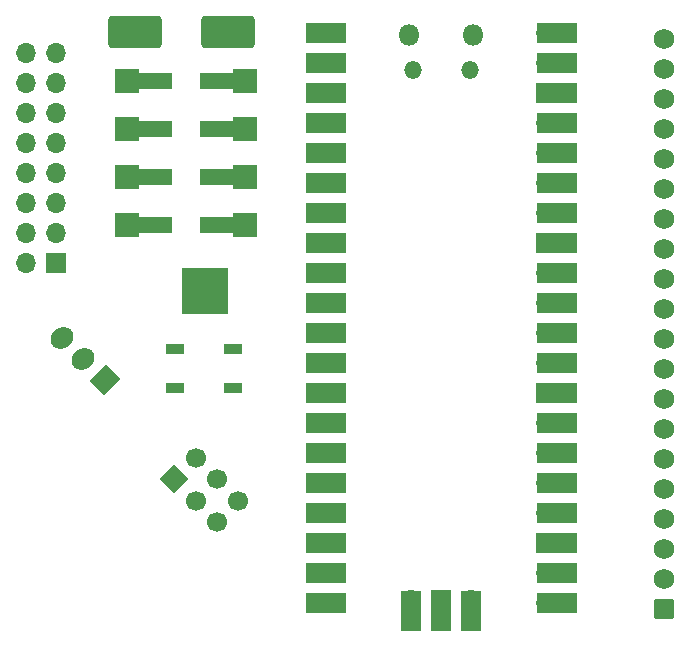
<source format=gbr>
%TF.GenerationSoftware,KiCad,Pcbnew,8.0.4*%
%TF.CreationDate,2024-08-18T14:41:24+02:00*%
%TF.ProjectId,pico-modxo,7069636f-2d6d-46f6-9478-6f2e6b696361,1.0*%
%TF.SameCoordinates,Original*%
%TF.FileFunction,Soldermask,Top*%
%TF.FilePolarity,Negative*%
%FSLAX46Y46*%
G04 Gerber Fmt 4.6, Leading zero omitted, Abs format (unit mm)*
G04 Created by KiCad (PCBNEW 8.0.4) date 2024-08-18 14:41:24*
%MOMM*%
%LPD*%
G01*
G04 APERTURE LIST*
G04 Aperture macros list*
%AMRoundRect*
0 Rectangle with rounded corners*
0 $1 Rounding radius*
0 $2 $3 $4 $5 $6 $7 $8 $9 X,Y pos of 4 corners*
0 Add a 4 corners polygon primitive as box body*
4,1,4,$2,$3,$4,$5,$6,$7,$8,$9,$2,$3,0*
0 Add four circle primitives for the rounded corners*
1,1,$1+$1,$2,$3*
1,1,$1+$1,$4,$5*
1,1,$1+$1,$6,$7*
1,1,$1+$1,$8,$9*
0 Add four rect primitives between the rounded corners*
20,1,$1+$1,$2,$3,$4,$5,0*
20,1,$1+$1,$4,$5,$6,$7,0*
20,1,$1+$1,$6,$7,$8,$9,0*
20,1,$1+$1,$8,$9,$2,$3,0*%
%AMHorizOval*
0 Thick line with rounded ends*
0 $1 width*
0 $2 $3 position (X,Y) of the first rounded end (center of the circle)*
0 $4 $5 position (X,Y) of the second rounded end (center of the circle)*
0 Add line between two ends*
20,1,$1,$2,$3,$4,$5,0*
0 Add two circle primitives to create the rounded ends*
1,1,$1,$2,$3*
1,1,$1,$4,$5*%
%AMRotRect*
0 Rectangle, with rotation*
0 The origin of the aperture is its center*
0 $1 length*
0 $2 width*
0 $3 Rotation angle, in degrees counterclockwise*
0 Add horizontal line*
21,1,$1,$2,0,0,$3*%
G04 Aperture macros list end*
%ADD10RoundRect,0.250000X2.000000X1.100000X-2.000000X1.100000X-2.000000X-1.100000X2.000000X-1.100000X0*%
%ADD11RoundRect,0.250000X-2.000000X-1.100000X2.000000X-1.100000X2.000000X1.100000X-2.000000X1.100000X0*%
%ADD12R,4.000000X4.000000*%
%ADD13R,1.500000X0.900000*%
%ADD14R,1.700000X1.700000*%
%ADD15O,1.700000X1.700000*%
%ADD16O,1.800000X1.800000*%
%ADD17O,1.500000X1.500000*%
%ADD18R,3.500000X1.700000*%
%ADD19R,1.700000X3.500000*%
%ADD20R,1.998980X1.998980*%
%ADD21R,2.999740X1.399540*%
%ADD22RoundRect,0.250000X0.620000X-0.620000X0.620000X0.620000X-0.620000X0.620000X-0.620000X-0.620000X0*%
%ADD23C,1.740000*%
%ADD24RotRect,2.030000X1.730000X225.000000*%
%ADD25HorizOval,1.730000X-0.106066X-0.106066X0.106066X0.106066X0*%
%ADD26RotRect,1.700000X1.700000X45.000000*%
%ADD27HorizOval,1.700000X0.000000X0.000000X0.000000X0.000000X0*%
G04 APERTURE END LIST*
D10*
%TO.C,D1*%
X132400000Y-39500000D03*
D11*
X124600000Y-39500000D03*
%TD*%
D12*
%TO.C,D0*%
X130500000Y-61500000D03*
%TD*%
D13*
%TO.C,D2*%
X127980000Y-66360000D03*
X127980000Y-69660000D03*
X132880000Y-69660000D03*
X132880000Y-66360000D03*
%TD*%
D14*
%TO.C,J1*%
X117920000Y-59100000D03*
D15*
X115380000Y-59100000D03*
X117920000Y-56560000D03*
X115380000Y-56560000D03*
X117920000Y-54020000D03*
X115380000Y-54020000D03*
X117920000Y-51480000D03*
X115380000Y-51480000D03*
X117920000Y-48940000D03*
X115380000Y-48940000D03*
X117920000Y-46400000D03*
X115380000Y-46400000D03*
X117920000Y-43860000D03*
X115380000Y-43860000D03*
X117920000Y-41320000D03*
X115380000Y-41320000D03*
%TD*%
D16*
%TO.C,U1*%
X147765000Y-39750000D03*
D17*
X148065000Y-42780000D03*
X152915000Y-42780000D03*
D16*
X153215000Y-39750000D03*
D15*
X141600000Y-39620000D03*
D18*
X140700000Y-39620000D03*
D15*
X141600000Y-42160000D03*
D18*
X140700000Y-42160000D03*
D14*
X141600000Y-44700000D03*
D18*
X140700000Y-44700000D03*
D15*
X141600000Y-47240000D03*
D18*
X140700000Y-47240000D03*
D15*
X141600000Y-49780000D03*
D18*
X140700000Y-49780000D03*
D15*
X141600000Y-52320000D03*
D18*
X140700000Y-52320000D03*
D15*
X141600000Y-54860000D03*
D18*
X140700000Y-54860000D03*
D14*
X141600000Y-57400000D03*
D18*
X140700000Y-57400000D03*
D15*
X141600000Y-59940000D03*
D18*
X140700000Y-59940000D03*
D15*
X141600000Y-62480000D03*
D18*
X140700000Y-62480000D03*
D15*
X141600000Y-65020000D03*
D18*
X140700000Y-65020000D03*
D15*
X141600000Y-67560000D03*
D18*
X140700000Y-67560000D03*
D14*
X141600000Y-70100000D03*
D18*
X140700000Y-70100000D03*
D15*
X141600000Y-72640000D03*
D18*
X140700000Y-72640000D03*
D15*
X141600000Y-75180000D03*
D18*
X140700000Y-75180000D03*
D15*
X141600000Y-77720000D03*
D18*
X140700000Y-77720000D03*
D15*
X141600000Y-80260000D03*
D18*
X140700000Y-80260000D03*
D14*
X141600000Y-82800000D03*
D18*
X140700000Y-82800000D03*
D15*
X141600000Y-85340000D03*
D18*
X140700000Y-85340000D03*
D15*
X141600000Y-87880000D03*
D18*
X140700000Y-87880000D03*
D15*
X159380000Y-87880000D03*
D18*
X160280000Y-87880000D03*
D15*
X159380000Y-85340000D03*
D18*
X160280000Y-85340000D03*
D14*
X159380000Y-82800000D03*
D18*
X160280000Y-82800000D03*
D15*
X159380000Y-80260000D03*
D18*
X160280000Y-80260000D03*
D15*
X159380000Y-77720000D03*
D18*
X160280000Y-77720000D03*
D15*
X159380000Y-75180000D03*
D18*
X160280000Y-75180000D03*
D15*
X159380000Y-72640000D03*
D18*
X160280000Y-72640000D03*
D14*
X159380000Y-70100000D03*
D18*
X160280000Y-70100000D03*
D15*
X159380000Y-67560000D03*
D18*
X160280000Y-67560000D03*
D15*
X159380000Y-65020000D03*
D18*
X160280000Y-65020000D03*
D15*
X159380000Y-62480000D03*
D18*
X160280000Y-62480000D03*
D15*
X159380000Y-59940000D03*
D18*
X160280000Y-59940000D03*
D14*
X159380000Y-57400000D03*
D18*
X160280000Y-57400000D03*
D15*
X159380000Y-54860000D03*
D18*
X160280000Y-54860000D03*
D15*
X159380000Y-52320000D03*
D18*
X160280000Y-52320000D03*
D15*
X159380000Y-49780000D03*
D18*
X160280000Y-49780000D03*
D15*
X159380000Y-47240000D03*
D18*
X160280000Y-47240000D03*
D14*
X159380000Y-44700000D03*
D18*
X160280000Y-44700000D03*
D15*
X159380000Y-42160000D03*
D18*
X160280000Y-42160000D03*
D15*
X159380000Y-39620000D03*
D18*
X160280000Y-39620000D03*
D15*
X147950000Y-87650000D03*
D19*
X147950000Y-88550000D03*
D14*
X150490000Y-87650000D03*
D19*
X150490000Y-88550000D03*
D15*
X153030000Y-87650000D03*
D19*
X153030000Y-88550000D03*
%TD*%
D20*
%TO.C,R1*%
X123878740Y-43710000D03*
D21*
X126279040Y-43710000D03*
X131480960Y-43710000D03*
D20*
X133881260Y-43710000D03*
%TD*%
D22*
%TO.C,J2*%
X169380000Y-88380000D03*
D23*
X169380000Y-85840000D03*
X169380000Y-83300000D03*
X169380000Y-80760000D03*
X169380000Y-78220000D03*
X169380000Y-75680000D03*
X169380000Y-73140000D03*
X169380000Y-70600000D03*
X169380000Y-68060000D03*
X169380000Y-65520000D03*
X169380000Y-62980000D03*
X169380000Y-60440000D03*
X169380000Y-57900000D03*
X169380000Y-55360000D03*
X169380000Y-52820000D03*
X169380000Y-50280000D03*
X169380000Y-47740000D03*
X169380000Y-45200000D03*
X169380000Y-42660000D03*
X169380000Y-40120000D03*
%TD*%
D24*
%TO.C,RGB1*%
X122000000Y-69000000D03*
D25*
X120203949Y-67203949D03*
X118407898Y-65407898D03*
%TD*%
D20*
%TO.C,R3*%
X123878740Y-51810000D03*
D21*
X126279040Y-51810000D03*
X131480960Y-51810000D03*
D20*
X133881260Y-51810000D03*
%TD*%
%TO.C,R2*%
X123878740Y-47760000D03*
D21*
X126279040Y-47760000D03*
X131480960Y-47760000D03*
D20*
X133881260Y-47760000D03*
%TD*%
D26*
%TO.C,EXT1*%
X127907898Y-77407898D03*
D27*
X129703949Y-75611847D03*
X129703949Y-79203949D03*
X131500000Y-77407898D03*
X131500000Y-81000000D03*
X133296052Y-79203949D03*
%TD*%
D20*
%TO.C,R4*%
X123878740Y-55860000D03*
D21*
X126279040Y-55860000D03*
X131480960Y-55860000D03*
D20*
X133881260Y-55860000D03*
%TD*%
M02*

</source>
